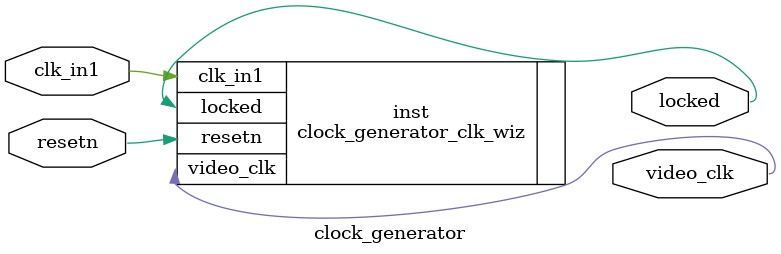
<source format=v>


`timescale 1ps/1ps

(* CORE_GENERATION_INFO = "clock_generator,clk_wiz_v6_0_12_0_0,{component_name=clock_generator,use_phase_alignment=true,use_min_o_jitter=false,use_max_i_jitter=false,use_dyn_phase_shift=false,use_inclk_switchover=false,use_dyn_reconfig=false,enable_axi=0,feedback_source=FDBK_AUTO,PRIMITIVE=MMCM,num_out_clk=1,clkin1_period=10.000,clkin2_period=10.000,use_power_down=false,use_reset=true,use_locked=true,use_inclk_stopped=false,feedback_type=SINGLE,CLOCK_MGR_TYPE=NA,manual_override=false}" *)

module clock_generator 
 (
  // Clock out ports
  output        video_clk,
  // Status and control signals
  input         resetn,
  output        locked,
 // Clock in ports
  input         clk_in1
 );

  clock_generator_clk_wiz inst
  (
  // Clock out ports  
  .video_clk(video_clk),
  // Status and control signals               
  .resetn(resetn), 
  .locked(locked),
 // Clock in ports
  .clk_in1(clk_in1)
  );

endmodule

</source>
